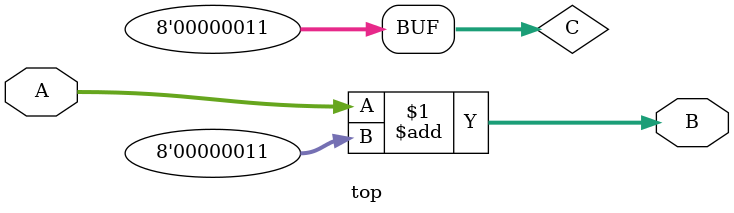
<source format=v>
module top(...);

input [7:0] A;
output [7:0] B;
wire [7:0] C = 3;
assign B = A + C;

endmodule

</source>
